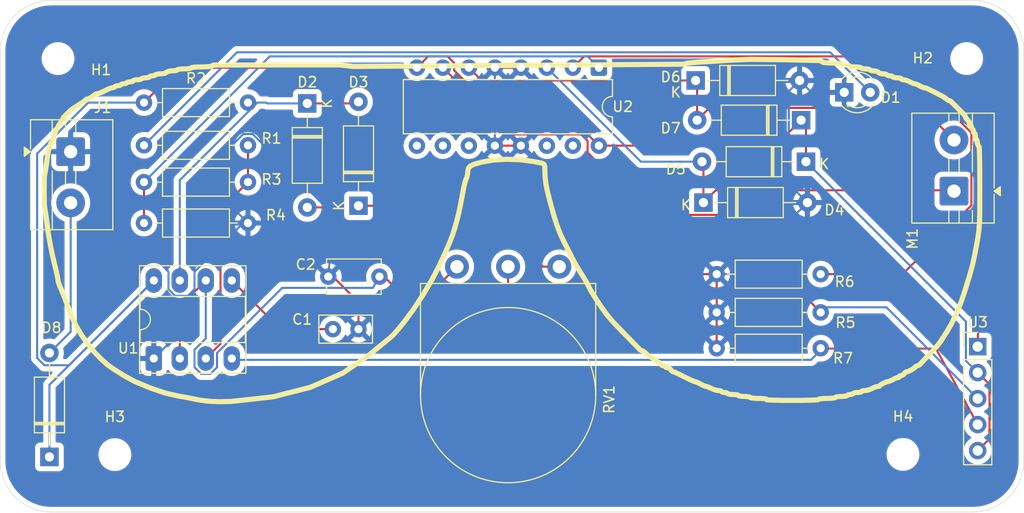
<source format=kicad_pcb>
(kicad_pcb (version 20241229) (generator "pcbnew") (generator_version "9.0")
  (layers (0 "F.Cu" signal) (2 "B.Cu" signal) (13 "F.Paste" user) (15 "B.Paste" user) (5 "F.SilkS" user "F.Silkscreen") (7 "B.SilkS" user "B.Silkscreen") (1 "F.Mask" user) (3 "B.Mask" user) (25 "Edge.Cuts" user))
  (net 0 "")
  (net 1 "Net-(U1-CV)")
  (net 2 "GND")
  (net 3 "Net-(U1-THR)")
  (net 4 "Net-(D1-A)")
  (net 5 "Net-(D2-A)")
  (net 6 "Net-(D2-K)")
  (net 7 "Net-(D3-K)")
  (net 8 "Net-(D4-K)")
  (net 9 "Net-(D6-K)")
  (net 10 "Net-(U1-Q)")
  (net 11 "Net-(U2-EN1,2)")
  (net 12 "Net-(U2-2A)")
  (net 13 "Net-(U2-1A)")
  (net 14 "Net-(U1-R)")
  (net 20 "+9V")
  (net 21 "VCC")
  (footprint "Capacitor_THT:C_Disc_D5.1mm_W3.2mm_P5.00mm" (layer "F.Cu") (at 89.5039 76.899 180)
    (property "Reference" "C2" (at 7.21118 1.183229 0) (layer "F.SilkS"))
    (property "Value" "470p")
    (pad "1" thru_hole circle (at 0 0 180) (size 1.6 1.6) (drill 0.8) (layers "*.Cu" "*.Mask") (net 3 "Net-(U1-THR)"))
    (pad "2" thru_hole circle (at 5 0 180) (size 1.6 1.6) (drill 0.8) (layers "*.Cu" "*.Mask") (net 2 "GND"))
  )
  (footprint "Diode_THT:D_A-405_P10.16mm_Horizontal" (layer "F.Cu") (at 120.394639 57.737081)
    (property "Reference" "D6" (at -2.440739 -0.338081 0) (layer "F.SilkS"))
    (property "Value" "4007")
    (fp_text user "K" (at -1.940739 1.161919 0) (layer "F.SilkS"))
    (pad "1" thru_hole rect (at 0 0) (size 1.8 1.8) (drill 0.9) (layers "*.Cu" "*.Mask") (net 9 "Net-(D6-K)"))
    (pad "2" thru_hole oval (at 10.16 0) (size 1.8 1.8) (drill 0.9) (layers "*.Cu" "*.Mask") (net 2 "GND"))
  )
  (footprint "Package_DIP:DIP-8_W7.62mm_Socket_LongPads" (layer "F.Cu") (at 67.4539 84.899 90)
    (property "Reference" "U1" (at 1 -2.5 180) (layer "F.SilkS"))
    (property "Value" "555")
    (pad "1" thru_hole roundrect (at 0 0 90) (size 2.4 1.6) (drill 0.8) (layers "*.Cu" "*.Mask") (roundrect_rratio 0.15625) (net 2 "GND"))
    (pad "2" thru_hole oval (at 0 2.54 90) (size 2.4 1.6) (drill 0.8) (layers "*.Cu" "*.Mask") (net 3 "Net-(U1-THR)"))
    (pad "3" thru_hole oval (at 0 5.08 90) (size 2.4 1.6) (drill 0.8) (layers "*.Cu" "*.Mask") (net 10 "Net-(U1-Q)"))
    (pad "4" thru_hole oval (at 0 7.62 90) (size 2.4 1.6) (drill 0.8) (layers "*.Cu" "*.Mask") (net 14 "Net-(U1-R)"))
    (pad "5" thru_hole oval (at 7.62 7.62 90) (size 2.4 1.6) (drill 0.8) (layers "*.Cu" "*.Mask") (net 1 "Net-(U1-CV)"))
    (pad "6" thru_hole oval (at 7.62 5.08 90) (size 2.4 1.6) (drill 0.8) (layers "*.Cu" "*.Mask") (net 3 "Net-(U1-THR)"))
    (pad "7" thru_hole oval (at 7.62 2.54 90) (size 2.4 1.6) (drill 0.8) (layers "*.Cu" "*.Mask") (net 6 "Net-(D2-K)"))
    (pad "8" thru_hole oval (at 7.62 0 90) (size 2.4 1.6) (drill 0.8) (layers "*.Cu" "*.Mask") (net 21 "VCC"))
  )
  (footprint "MountingHole:MountingHole_2.7mm" (layer "F.Cu") (at 140.655747 94.270282)
    (property "Reference" "H4" (at 0 -3.7 0) (layer "F.SilkS"))
    (property "Value" "MountingHole" (hide yes))
    (pad "" np_thru_hole circle (at 0 0) (size 2.7 2.7) (drill 2.7) (layers "*.Cu" "*.Mask"))
  )
  (footprint "Diode_THT:D_A-405_P10.16mm_Horizontal" (layer "F.Cu") (at 130.701552 61.617072 180)
    (property "Reference" "D7" (at 12.747652 -0.781928 0) (layer "F.SilkS"))
    (property "Value" "4007" (hide yes))
    (pad "1" thru_hole rect (at 0 0 180) (size 1.8 1.8) (drill 0.9) (layers "*.Cu" "*.Mask") (net 21 "VCC"))
    (pad "2" thru_hole oval (at 10.16 0 180) (size 1.8 1.8) (drill 0.9) (layers "*.Cu" "*.Mask") (net 9 "Net-(D6-K)"))
  )
  (footprint "MountingHole:MountingHole_2.7mm" (layer "F.Cu") (at 58.098313 55.598313)
    (property "Reference" "H1" (at 4.201401 1.105632 0) (layer "F.SilkS"))
    (property "Value" "MountingHole" (hide yes))
    (pad "" np_thru_hole circle (at 0 0) (size 2.7 2.7) (drill 2.7) (layers "*.Cu" "*.Mask"))
  )
  (footprint "Resistor_THT:R_Axial_DIN0207_L6.3mm_D2.5mm_P10.16mm_Horizontal" (layer "F.Cu") (at 122.4539 80.399)
    (property "Reference" "R5" (at 12.58 1 180) (layer "F.SilkS"))
    (property "Value" "470k")
    (pad "1" thru_hole circle (at 0 0) (size 1.6 1.6) (drill 0.8) (layers "*.Cu" "*.Mask") (net 2 "GND"))
    (pad "2" thru_hole oval (at 10.16 0) (size 1.6 1.6) (drill 0.8) (layers "*.Cu" "*.Mask") (net 12 "Net-(U2-2A)"))
  )
  (footprint "LED_THT:LED_D3.0mm_Clear" (layer "F.Cu") (at 134.9139 58.899)
    (property "Reference" "D1" (at 4.54 0.5 0) (layer "F.SilkS"))
    (property "Value" "LED")
    (pad "1" thru_hole rect (at 0 0) (size 1.8 1.8) (drill 0.9) (layers "*.Cu" "*.Mask") (net 2 "GND"))
    (pad "2" thru_hole circle (at 2.54 0) (size 1.8 1.8) (drill 0.9) (layers "*.Cu" "*.Mask") (net 4 "Net-(D1-A)"))
  )
  (footprint "Capacitor_THT:C_Disc_D5.0mm_W2.5mm_P2.50mm" (layer "F.Cu") (at 84.9539 82.032326)
    (property "Reference" "C1" (at -3 -0.951223 0) (layer "F.SilkS"))
    (property "Value" "100n")
    (pad "1" thru_hole circle (at 0 0) (size 1.6 1.6) (drill 0.8) (layers "*.Cu" "*.Mask") (net 1 "Net-(U1-CV)"))
    (pad "2" thru_hole circle (at 2.5 0) (size 1.6 1.6) (drill 0.8) (layers "*.Cu" "*.Mask") (net 2 "GND"))
  )
  (footprint "TerminalBlock:TerminalBlock_MaiXu_MX126-5.0-02P_1x02_P5.00mm" (layer "F.Cu") (at 145.639567 68.551775 90)
    (property "Reference" "M1" (at -4.648197 -4.065754 90) (layer "F.SilkS"))
    (property "Value" "Motorreductor")
    (pad "1" thru_hole roundrect (at 0 0 90) (size 2.8 2.8) (drill 1.3) (layers "*.Cu" "*.Mask") (roundrect_rratio 0.089286) (net 8 "Net-(D4-K)"))
    (pad "2" thru_hole circle (at 5 0 90) (size 2.8 2.8) (drill 1.3) (layers "*.Cu" "*.Mask") (net 9 "Net-(D6-K)"))
  )
  (footprint "Connector_PinHeader_2.54mm:PinHeader_1x05_P2.54mm_Vertical" (layer "F.Cu") (at 147.9539 83.739)
    (property "Reference" "U3" (at 0 -2.38 0) (layer "F.SilkS"))
    (property "Value" "mst303")
    (pad "1" thru_hole rect (at 0 0) (size 1.7 1.7) (drill 1) (layers "*.Cu" "*.Mask") (net 13 "Net-(U2-1A)"))
    (pad "2" thru_hole circle (at 0 2.54) (size 1.7 1.7) (drill 1) (layers "*.Cu" "*.Mask") (net 21 "VCC"))
    (pad "3" thru_hole circle (at 0 5.08) (size 1.7 1.7) (drill 1) (layers "*.Cu" "*.Mask") (net 12 "Net-(U2-2A)"))
    (pad "4" thru_hole circle (at 0 7.62) (size 1.7 1.7) (drill 1) (layers "*.Cu" "*.Mask") (net 14 "Net-(U1-R)"))
    (pad "5" thru_hole circle (at 0 10.16) (size 1.7 1.7) (drill 1) (layers "*.Cu" "*.Mask") (net 21 "VCC"))
  )
  (footprint "Resistor_THT:R_Axial_DIN0207_L6.3mm_D2.5mm_P10.16mm_Horizontal" (layer "F.Cu") (at 66.497108 71.666498)
    (property "Reference" "R4" (at 12.880081 -0.767498 0) (layer "F.SilkS"))
    (property "Value" "100k")
    (pad "1" thru_hole circle (at 0 0) (size 1.6 1.6) (drill 0.8) (layers "*.Cu" "*.Mask") (net 11 "Net-(U2-EN1,2)"))
    (pad "2" thru_hole oval (at 10.16 0) (size 1.6 1.6) (drill 0.8) (layers "*.Cu" "*.Mask") (net 2 "GND"))
  )
  (footprint "Resistor_THT:R_Axial_DIN0207_L6.3mm_D2.5mm_P10.16mm_Horizontal" (layer "F.Cu") (at 66.497108 59.899)
    (property "Reference" "R2" (at 5.08 -2.37 0) (layer "F.SilkS"))
    (property "Value" "10k")
    (pad "1" thru_hole circle (at 0 0) (size 1.6 1.6) (drill 0.8) (layers "*.Cu" "*.Mask") (net 21 "VCC"))
    (pad "2" thru_hole oval (at 10.16 0) (size 1.6 1.6) (drill 0.8) (layers "*.Cu" "*.Mask") (net 6 "Net-(D2-K)"))
  )
  (footprint "Diode_THT:D_A-405_P10.16mm_Horizontal" (layer "F.Cu") (at 82.4539 59.979 -90)
    (property "Reference" "D2" (at -2.08 0 180) (layer "F.SilkS"))
    (property "Value" "4007" (hide yes))
    (fp_text user "K" (at 0 -1.9 90) (layer "F.SilkS"))
    (pad "1" thru_hole rect (at 0 0 270) (size 1.8 1.8) (drill 0.9) (layers "*.Cu" "*.Mask") (net 6 "Net-(D2-K)"))
    (pad "2" thru_hole oval (at 10.16 0 270) (size 1.8 1.8) (drill 0.9) (layers "*.Cu" "*.Mask") (net 5 "Net-(D2-A)"))
  )
  (footprint "Package_DIP:DIP-16_W7.62mm" (layer "F.Cu") (at 110.941579 56.48566 -90)
    (property "Reference" "U2" (at 3.81 -2.33 180) (layer "F.SilkS"))
    (property "Value" "L293D")
    (pad "1" thru_hole roundrect (at 0 0 270) (size 1.6 1.6) (drill 0.8) (layers "*.Cu" "*.Mask") (roundrect_rratio 0.15625) (net 11 "Net-(U2-EN1,2)"))
    (pad "2" thru_hole circle (at 0 2.54 270) (size 1.6 1.6) (drill 0.8) (layers "*.Cu" "*.Mask") (net 13 "Net-(U2-1A)"))
    (pad "3" thru_hole circle (at 0 5.08 270) (size 1.6 1.6) (drill 0.8) (layers "*.Cu" "*.Mask") (net 8 "Net-(D4-K)"))
    (pad "4" thru_hole circle (at 0 7.62 270) (size 1.6 1.6) (drill 0.8) (layers "*.Cu" "*.Mask") (net 2 "GND"))
    (pad "5" thru_hole circle (at 0 10.16 270) (size 1.6 1.6) (drill 0.8) (layers "*.Cu" "*.Mask") (net 2 "GND"))
    (pad "6" thru_hole circle (at 0 12.7 270) (size 1.6 1.6) (drill 0.8) (layers "*.Cu" "*.Mask") (net 9 "Net-(D6-K)"))
    (pad "7" thru_hole circle (at 0 15.24 270) (size 1.6 1.6) (drill 0.8) (layers "*.Cu" "*.Mask") (net 12 "Net-(U2-2A)"))
    (pad "8" thru_hole circle (at 0 17.78 270) (size 1.6 1.6) (drill 0.8) (layers "*.Cu" "*.Mask") (net 21 "VCC"))
    (pad "9" thru_hole circle (at 7.62 17.78 270) (size 1.6 1.6) (drill 0.8) (layers "*.Cu" "*.Mask"))
    (pad "10" thru_hole circle (at 7.62 15.24 270) (size 1.6 1.6) (drill 0.8) (layers "*.Cu" "*.Mask"))
    (pad "11" thru_hole circle (at 7.62 12.7 270) (size 1.6 1.6) (drill 0.8) (layers "*.Cu" "*.Mask"))
    (pad "12" thru_hole circle (at 7.62 10.16 270) (size 1.6 1.6) (drill 0.8) (layers "*.Cu" "*.Mask") (net 2 "GND"))
    (pad "13" thru_hole circle (at 7.62 7.62 270) (size 1.6 1.6) (drill 0.8) (layers "*.Cu" "*.Mask") (net 2 "GND"))
    (pad "14" thru_hole circle (at 7.62 5.08 270) (size 1.6 1.6) (drill 0.8) (layers "*.Cu" "*.Mask"))
    (pad "15" thru_hole circle (at 7.62 2.54 270) (size 1.6 1.6) (drill 0.8) (layers "*.Cu" "*.Mask"))
    (pad "16" thru_hole circle (at 7.62 0 270) (size 1.6 1.6) (drill 0.8) (layers "*.Cu" "*.Mask") (net 21 "VCC"))
  )
  (footprint "MountingHole:MountingHole_2.7mm" (layer "F.Cu") (at 146.880846 55.598313)
    (property "Reference" "H2" (at -4.289852 -0.044226 0) (layer "F.SilkS"))
    (property "Value" "MountingHole" (hide yes))
    (pad "" np_thru_hole circle (at 0 0) (size 2.7 2.7) (drill 2.7) (layers "*.Cu" "*.Mask"))
  )
  (footprint "Diode_THT:D_A-405_P10.16mm_Horizontal" (layer "F.Cu") (at 57.259245 94.519 90)
    (property "Reference" "D8" (at 12.62 0.194655 180) (layer "F.SilkS"))
    (property "Value" "4007")
    (pad "1" thru_hole rect (at 0 0 90) (size 1.8 1.8) (drill 0.9) (layers "*.Cu" "*.Mask") (net 21 "VCC"))
    (pad "2" thru_hole oval (at 10.16 0 90) (size 1.8 1.8) (drill 0.9) (layers "*.Cu" "*.Mask") (net 20 "+9V"))
  )
  (footprint "Diode_THT:D_A-405_P10.16mm_Horizontal" (layer "F.Cu") (at 121.158586 69.666418)
    (property "Reference" "D4" (at 12.795314 0.732582 0) (layer "F.SilkS"))
    (property "Value" "4007" (hide yes))
    (fp_text user "K" (at -1.704686 0.232582 0) (layer "F.SilkS"))
    (pad "1" thru_hole rect (at 0 0) (size 1.8 1.8) (drill 0.9) (layers "*.Cu" "*.Mask") (net 8 "Net-(D4-K)"))
    (pad "2" thru_hole oval (at 10.16 0) (size 1.8 1.8) (drill 0.9) (layers "*.Cu" "*.Mask") (net 2 "GND"))
  )
  (footprint "Resistor_THT:R_Axial_DIN0207_L6.3mm_D2.5mm_P10.16mm_Horizontal" (layer "F.Cu") (at 122.4539 76.659568)
    (property "Reference" "R6" (at 12.5 0.739432 180) (layer "F.SilkS"))
    (property "Value" "470k" (hide yes))
    (pad "1" thru_hole circle (at 0 0) (size 1.6 1.6) (drill 0.8) (layers "*.Cu" "*.Mask") (net 2 "GND"))
    (pad "2" thru_hole oval (at 10.16 0) (size 1.6 1.6) (drill 0.8) (layers "*.Cu" "*.Mask") (net 13 "Net-(U2-1A)"))
  )
  (footprint "Resistor_THT:R_Axial_DIN0207_L6.3mm_D2.5mm_P10.16mm_Horizontal" (layer "F.Cu") (at 76.657108 64.070328 180)
    (property "Reference" "R1" (at -2.296792 0.671328 0) (layer "F.SilkS"))
    (property "Value" "1k")
    (pad "1" thru_hole circle (at 0 0 180) (size 1.6 1.6) (drill 0.8) (layers "*.Cu" "*.Mask") (net 10 "Net-(U1-Q)"))
    (pad "2" thru_hole oval (at 10.16 0 180) (size 1.6 1.6) (drill 0.8) (layers "*.Cu" "*.Mask") (net 4 "Net-(D1-A)"))
  )
  (footprint "MountingHole:MountingHole_2.7mm" (layer "F.Cu") (at 63.652401 94.292395)
    (property "Reference" "H3" (at 0 -3.7 0) (layer "F.SilkS"))
    (property "Value" "MountingHole" (hide yes))
    (pad "" np_thru_hole circle (at 0 0) (size 2.7 2.7) (drill 2.7) (layers "*.Cu" "*.Mask"))
  )
  (footprint "Resistor_THT:R_Axial_DIN0207_L6.3mm_D2.5mm_P10.16mm_Horizontal" (layer "F.Cu") (at 122.4539 83.899)
    (property "Reference" "R7" (at 12.339982 0.967238 180) (layer "F.SilkS"))
    (property "Value" "100k")
    (pad "1" thru_hole circle (at 0 0) (size 1.6 1.6) (drill 0.8) (layers "*.Cu" "*.Mask") (net 2 "GND"))
    (pad "2" thru_hole oval (at 10.16 0) (size 1.6 1.6) (drill 0.8) (layers "*.Cu" "*.Mask") (net 14 "Net-(U1-R)"))
  )
  (footprint "Diode_THT:D_A-405_P10.16mm_Horizontal" (layer "F.Cu") (at 131.178053 65.670384 180)
    (property "Reference" "D5" (at 12.724153 -0.728616 0) (layer "F.SilkS"))
    (property "Value" "4007" (hide yes))
    (fp_text user "K" (at -1.775847 -0.228616 0) (layer "F.SilkS"))
    (pad "1" thru_hole rect (at 0 0 180) (size 1.8 1.8) (drill 0.9) (layers "*.Cu" "*.Mask") (net 21 "VCC"))
    (pad "2" thru_hole oval (at 10.16 0 180) (size 1.8 1.8) (drill 0.9) (layers "*.Cu" "*.Mask") (net 8 "Net-(D4-K)"))
  )
  (footprint "TerminalBlock:TerminalBlock_MaiXu_MX126-5.0-02P_1x02_P5.00mm" (layer "F.Cu") (at 59.332944 64.693835 -90)
    (property "Reference" "J1" (at -4.294835 -3.120956 180) (layer "F.SilkS"))
    (property "Value" "Batería 9v")
    (pad "1" thru_hole roundrect (at 0 0 270) (size 2.8 2.8) (drill 1.3) (layers "*.Cu" "*.Mask") (roundrect_rratio 0.089286) (net 2 "GND"))
    (pad "2" thru_hole circle (at 5 0 270) (size 2.8 2.8) (drill 1.3) (layers "*.Cu" "*.Mask") (net 20 "+9V"))
  )
  (footprint "Resistor_THT:R_Axial_DIN0207_L6.3mm_D2.5mm_P10.16mm_Horizontal" (layer "F.Cu") (at 76.657108 67.666498 180)
    (property "Reference" "R3" (at -2.296792 0.267498 0) (layer "F.SilkS"))
    (property "Value" "1k")
    (pad "1" thru_hole circle (at 0 0 180) (size 1.6 1.6) (drill 0.8) (layers "*.Cu" "*.Mask") (net 10 "Net-(U1-Q)"))
    (pad "2" thru_hole oval (at 10.16 0 180) (size 1.6 1.6) (drill 0.8) (layers "*.Cu" "*.Mask") (net 11 "Net-(U2-EN1,2)"))
  )
  (footprint "Potentiometer_THT:Potentiometer_Omeg_PC16BU_Vertical" (layer "F.Cu") (at 97.074328 75.930214 -90)
    (property "Reference" "RV1" (at 12.968786 -14.879572 270) (layer "F.SilkS"))
    (property "Value" "500k")
    (pad "1" thru_hole circle (at 0 0 270) (size 2.34 2.34) (drill 1.3) (layers "*.Cu" "*.Mask") (net 5 "Net-(D2-A)"))
    (pad "2" thru_hole circle (at 0 -5 270) (size 2.34 2.34) (drill 1.3) (layers "*.Cu" "*.Mask") (net 3 "Net-(U1-THR)"))
    (pad "3" thru_hole circle (at 0 -10 270) (size 2.34 2.34) (drill 1.3) (layers "*.Cu" "*.Mask") (net 7 "Net-(D3-K)"))
  )
  (footprint "Diode_THT:D_A-405_P10.16mm_Horizontal" (layer "F.Cu") (at 87.4539 69.979 90)
    (property "Reference" "D3" (at 12.08 0 180) (layer "F.SilkS"))
    (property "Value" "4007")
    (fp_text user "K" (at 0 -1.9 90) (layer "F.SilkS"))
    (pad "1" thru_hole rect (at 0 0 90) (size 1.8 1.8) (drill 0.9) (layers "*.Cu" "*.Mask") (net 7 "Net-(D3-K)"))
    (pad "2" thru_hole oval (at 10.16 0 90) (size 1.8 1.8) (drill 0.9) (layers "*.Cu" "*.Mask") (net 6 "Net-(D2-K)"))
  )
  (gr_poly (pts (xy 129.022968 55.711672) (xy 132.540823 55.793954) (xy 132.80014 55.942805) (xy 132.849675 55.975191) (xy 133.059576 56.000378) (xy 133.316978 56.01837) (xy 133.612641 56.024365) (xy 133.909026 56.031325) (xy 134.168467 56.052793) (xy 134.37789 56.082899) (xy 134.434501 56.121041) (xy 134.482599 56.158586) (xy 134.601223 56.189289) (xy 134.751394 56.21064) (xy 134.917996 56.217716) (xy 135.084598 56.224795) (xy 135.234769 56.246144) (xy 135.353398 56.276849) (xy 135.401496 56.314392) (xy 135.452712 56.352173) (xy 135.596517 56.382759) (xy 135.777879 56.40411) (xy 135.981544 56.411067) (xy 136.185328 56.418146) (xy 136.366685 56.439492) (xy 136.510496 56.469961) (xy 136.561712 56.50774) (xy 136.608014 56.545286) (xy 136.714285 56.57611) (xy 136.848742 56.597461) (xy 136.996875 56.604538) (xy 137.145007 56.611617) (xy 137.279459 56.632844) (xy 137.385735 56.663671) (xy 137.432033 56.701213) (xy 137.475814 56.738515) (xy 137.568404 56.769461) (xy 137.685357 56.790813) (xy 137.812613 56.797889) (xy 137.944316 56.808566) (xy 138.074576 56.840469) (xy 138.185049 56.887247) (xy 138.253893 56.942904) (xy 138.322738 56.998555) (xy 138.433092 57.045335) (xy 138.563471 57.077239) (xy 138.695168 57.087913) (xy 138.82231 57.095109) (xy 138.939252 57.116341) (xy 139.031972 57.147284) (xy 139.075748 57.184589) (xy 139.114736 57.221771) (xy 139.18562 57.252959) (xy 139.273302 57.274188) (xy 139.365778 57.281384) (xy 139.458373 57.28846) (xy 139.546055 57.309689) (xy 139.616944 57.340877) (xy 139.655926 57.378059) (xy 139.702338 57.415483) (xy 139.810051 57.446307) (xy 139.946433 57.467658) (xy 140.096719 57.474735) (xy 140.242812 57.481694) (xy 140.365871 57.503162) (xy 140.453673 57.533987) (xy 140.477787 57.57141) (xy 140.495291 57.608471) (xy 140.547949 57.639658) (xy 140.625198 57.661009) (xy 140.71659 57.668086) (xy 140.832095 57.681398) (xy 140.986344 57.724938) (xy 141.150316 57.78743) (xy 141.299647 57.861434) (xy 141.441653 57.935563) (xy 141.583669 57.998052) (xy 141.708045 58.043032) (xy 141.783136 58.054907) (xy 141.858217 58.06678) (xy 141.982604 58.111641) (xy 142.12462 58.174252) (xy 142.266636 58.248256) (xy 142.406722 58.322263) (xy 142.543104 58.384874) (xy 142.660529 58.430572) (xy 142.724341 58.441607) (xy 142.950309 58.493425) (xy 143.780813 58.902435) (xy 144.580718 59.314803) (xy 144.860433 59.51391) (xy 144.943794 59.584557) (xy 145.030039 59.644408) (xy 145.107879 59.686989) (xy 145.159334 59.698626) (xy 145.31682 59.762676) (xy 146.012135 60.448759) (xy 146.698703 61.143714) (xy 146.762754 61.300962) (xy 146.775465 61.354216) (xy 146.819604 61.428822) (xy 146.882213 61.509184) (xy 146.956214 61.584151) (xy 147.030226 61.664277) (xy 147.09271 61.760109) (xy 147.135781 61.856663) (xy 147.149571 61.937507) (xy 147.156647 62.005755) (xy 147.177991 62.063567) (xy 147.209305 62.102311) (xy 147.246244 62.115987) (xy 147.283193 62.130617) (xy 147.314497 62.172718) (xy 147.335851 62.235329) (xy 147.342917 62.309335) (xy 147.350118 62.383342) (xy 147.371347 62.445953) (xy 147.402662 62.488051) (xy 147.4396 62.502687) (xy 147.476538 62.517322) (xy 147.507967 62.559539) (xy 147.529197 62.62215) (xy 147.536273 62.696157) (xy 147.543464 62.770161) (xy 147.564693 62.832656) (xy 147.596122 62.874873) (xy 147.63307 62.889508) (xy 147.670133 62.909417) (xy 147.701313 62.972988) (xy 147.722667 63.064865) (xy 147.729743 63.173895) (xy 147.73682 63.287123) (xy 147.758174 63.392193) (xy 147.789115 63.476034) (xy 147.826416 63.518015) (xy 147.863594 63.556157) (xy 147.89467 63.623806) (xy 147.915899 63.707166) (xy 147.9231 63.794488) (xy 147.931847 63.886126) (xy 147.957994 63.982441) (xy 147.996375 64.0688) (xy 148.041957 64.130091) (xy 148.105644 64.274027) (xy 148.135631 65.063021) (xy 148.156507 66.21173) (xy 148.162857 68.137916) (xy 148.15795 70.480671) (xy 148.131553 71.615943) (xy 148.06991 72.411656) (xy 147.950191 73.235555) (xy 147.657776 74.812584) (xy 147.435522 75.81592) (xy 147.151013 76.843365) (xy 146.620375 78.553653) (xy 146.278539 79.525083) (xy 145.850208 80.551682) (xy 145.395865 81.501525) (xy 144.977734 82.227906) (xy 144.808979 82.490942) (xy 144.636976 82.761298) (xy 144.484771 83.002633) (xy 144.386531 83.161194) (xy 144.044684 83.619381) (xy 143.185045 84.551351) (xy 142.24576 85.539336) (xy 142.074961 85.612139) (xy 142.019304 85.622339) (xy 141.953095 85.654245) (xy 141.887612 85.700423) (xy 141.833159 85.755234) (xy 141.689099 85.884177) (xy 141.437212 86.03398) (xy 141.176941 86.159202) (xy 141.016092 86.192307) (xy 140.964762 86.20551) (xy 140.898304 86.249162) (xy 140.829221 86.311651) (xy 140.76793 86.385658) (xy 140.701835 86.459665) (xy 140.618838 86.522279) (xy 140.532478 86.5651) (xy 140.456433 86.579134) (xy 140.390587 86.586205) (xy 140.33493 86.607434) (xy 140.297629 86.638863) (xy 140.28443 86.675807) (xy 140.273515 86.712631) (xy 140.242688 86.74406) (xy 140.196639 86.765289) (xy 140.1423 86.772485) (xy 140.066006 86.78436) (xy 139.940799 86.82934) (xy 139.798181 86.891829) (xy 139.655926 86.965836) (xy 139.514751 87.039843) (xy 139.37537 87.102451) (xy 139.25435 87.14767) (xy 139.184421 87.159301) (xy 139.023817 87.190606) (xy 138.755618 87.311512) (xy 138.497858 87.451489) (xy 138.395069 87.552125) (xy 138.360522 87.586906) (xy 138.301389 87.616047) (xy 138.229183 87.635963) (xy 138.15446 87.642682) (xy 138.060423 87.655392) (xy 137.922843 87.699537) (xy 137.770757 87.762026) (xy 137.625384 87.836033) (xy 137.469091 87.910154) (xy 137.283662 87.972648) (xy 137.098943 88.015589) (xy 136.945534 88.029498) (xy 136.81708 88.036455) (xy 136.708651 88.057928) (xy 136.632481 88.088869) (xy 136.610053 88.126176) (xy 136.586064 88.163597) (xy 136.498148 88.194424) (xy 136.375084 88.215897) (xy 136.22899 88.222849) (xy 136.078699 88.229931) (xy 135.942318 88.251279) (xy 135.834734 88.282106) (xy 135.788193 88.319527) (xy 135.74921 88.35671) (xy 135.678322 88.387889) (xy 135.59065 88.409119) (xy 135.498174 88.4162) (xy 135.405568 88.423396) (xy 135.317891 88.444625) (xy 135.247003 88.475815) (xy 135.208025 88.512998) (xy 135.15681 88.550777) (xy 135.012993 88.581241) (xy 134.831642 88.602594) (xy 134.627977 88.609666) (xy 134.424183 88.616628) (xy 134.242831 88.637976) (xy 134.099015 88.668565) (xy 134.047799 88.706349) (xy 133.991069 88.744486) (xy 133.781645 88.774592) (xy 133.522209 88.795946) (xy 133.225825 88.803017) (xy 132.929559 88.809979) (xy 132.670124 88.831447) (xy 132.460695 88.861558) (xy 132.403959 88.899695) (xy 132.329475 88.943601) (xy 131.69389 88.970703) (xy 130.895178 88.99037) (xy 129.835952 88.996368) (xy 128.759086 88.990614) (xy 127.978854 88.971305) (xy 127.370609 88.944794) (xy 127.327673 88.899695) (xy 127.294813 88.859753) (xy 127.111537 88.830254) (xy 126.866487 88.809621) (xy 126.559784 88.803017) (xy 126.261251 88.795946) (xy 126.000005 88.774592) (xy 125.789025 88.744486) (xy 125.732175 88.706349) (xy 125.680959 88.668565) (xy 125.537138 88.637976) (xy 125.355787 88.616628) (xy 125.152122 88.609666) (xy 124.948332 88.602594) (xy 124.766981 88.581241) (xy 124.623165 88.550777) (xy 124.571949 88.512998) (xy 124.52217 88.475214) (xy 124.39107 88.444625) (xy 124.225314 88.423282) (xy 124.040118 88.4162) (xy 123.854922 88.409243) (xy 123.689156 88.387889) (xy 123.558055 88.357187) (xy 123.508282 88.319527) (xy 123.469299 88.282345) (xy 123.39841 88.251279) (xy 123.310739 88.230045) (xy 123.218263 88.222849) (xy 123.125657 88.215653) (xy 123.037975 88.194424) (xy 122.967097 88.163364) (xy 122.928114 88.126176) (xy 122.887088 88.088869) (xy 122.807685 88.057928) (xy 122.708496 88.03658) (xy 122.60222 88.029498) (xy 122.470523 88.015107) (xy 122.288093 87.967009) (xy 122.090664 87.898164) (xy 121.9069 87.816718) (xy 121.736942 87.736833) (xy 121.581499 87.672544) (xy 121.450995 87.626007) (xy 121.401818 87.62457) (xy 121.352641 87.62193) (xy 121.220343 87.567715) (xy 121.062856 87.493709) (xy 120.890734 87.402192) (xy 120.714898 87.309115) (xy 120.546376 87.230548) (xy 120.402441 87.172494) (xy 120.329513 87.159301) (xy 120.245317 87.141906) (xy 119.961524 87.017166) (xy 119.626759 86.861002) (xy 119.253856 86.675807) (xy 118.882267 86.490492) (xy 118.551937 86.334328) (xy 118.27067 86.207658) (xy 118.197981 86.192307) (xy 118.148804 86.179) (xy 118.087394 86.135457) (xy 118.025024 86.072962) (xy 117.970924 85.998961) (xy 117.910479 85.924954) (xy 117.829032 85.862346) (xy 117.740157 85.819768) (xy 117.657632 85.805491) (xy 117.583864 85.798414) (xy 117.521618 85.77718) (xy 117.479637 85.745761) (xy 117.465007 85.708812) (xy 117.450128 85.671874) (xy 117.407311 85.640569) (xy 117.343738 85.619335) (xy 117.268652 85.612139) (xy 117.189494 85.601582) (xy 117.113925 85.570641) (xy 117.053356 85.52482) (xy 117.017968 85.47085) (xy 116.984625 85.412672) (xy 116.928973 85.354857) (xy 116.861203 85.306043) (xy 116.791035 85.274614) (xy 116.706113 85.237676) (xy 116.587609 85.165827) (xy 116.459746 85.076469) (xy 116.340759 84.980989) (xy 116.226821 84.889598) (xy 116.114428 84.812349) (xy 116.016194 84.755862) (xy 115.960179 84.742062) (xy 115.904527 84.725751) (xy 115.806054 84.656782) (xy 115.693423 84.562988) (xy 115.579599 84.451799) (xy 115.465525 84.340735) (xy 115.35278 84.246931) (xy 115.253829 84.178205) (xy 115.197695 84.161775) (xy 115.002066 84.08009) (xy 113.580962 82.635235) (xy 112.295877 81.298939) (xy 111.691959 80.581072) (xy 111.174996 79.860326) (xy 110.64592 79.064255) (xy 110.190249 78.330435) (xy 109.947487 77.863848) (xy 109.839894 77.646751) (xy 109.656503 77.321101) (xy 109.440839 76.958865) (xy 109.220863 76.609112) (xy 108.990568 76.241719) (xy 108.743604 75.825513) (xy 108.516666 75.424658) (xy 108.352103 75.110406) (xy 108.190539 74.787391) (xy 107.971761 74.355834) (xy 107.737026 73.896209) (xy 107.521127 73.477243) (xy 107.167052 72.725789) (xy 106.859275 71.928037) (xy 106.545142 70.938376) (xy 106.163239 69.561297) (xy 105.91807 68.586505) (xy 105.771619 67.860244) (xy 105.694374 67.23713) (xy 105.668585 66.600948) (xy 105.650593 66.085905) (xy 105.560758 65.911625) (xy 105.353493 65.812556) (xy 104.513521 65.64847) (xy 103.249307 65.481386) (xy 101.918525 65.436167) (xy 100.638239 65.511253) (xy 99.528632 65.706762) (xy 98.745277 65.922302) (xy 98.37129 66.103182) (xy 98.190173 66.33467) (xy 98.126599 66.680231) (xy 98.116529 66.843834) (xy 98.086299 67.024112) (xy 98.042164 67.193474) (xy 97.989501 67.321933) (xy 97.929653 67.462388) (xy 97.861524 67.67841) (xy 97.796996 67.923097) (xy 97.746257 68.163223) (xy 97.471942 69.624985) (xy 97.289029 70.519892) (xy 97.120269 71.230081) (xy 96.910965 71.996767) (xy 96.662082 72.781923) (xy 96.378169 73.535172) (xy 95.979355 74.45839) (xy 95.337176 75.846265) (xy 94.668003 77.146344) (xy 93.796727 78.620339) (xy 92.855284 80.061111) (xy 91.969733 81.261036) (xy 91.290369 82.106169) (xy 90.913261 82.532326) (xy 90.542396 82.880171) (xy 89.948547 83.365818) (xy 89.609466 83.637254) (xy 89.222885 83.952948) (xy 88.84962 84.262764) (xy 88.554076 84.513687) (xy 85.922253 86.331205) (xy 82.752483 87.717404) (xy 79.11001 88.645774) (xy 75.065483 89.094006) (xy 73.922055 89.123152) (xy 72.953383 89.087884) (xy 72.040367 88.981499) (xy 71.070135 88.794628) (xy 70.840561 88.746047) (xy 70.509154 88.682479) (xy 70.143565 88.61627) (xy 69.795725 88.557018) (xy 68.544227 88.266511) (xy 67.034125 87.75207) (xy 65.572122 87.138072) (xy 64.47529 86.536431) (xy 64.180839 86.34764) (xy 63.893811 86.164722) (xy 63.647397 86.008559) (xy 63.510757 85.923393) (xy 62.917069 85.498548) (xy 62.263383 84.910469) (xy 61.605621 84.216944) (xy 60.996998 83.468976) (xy 60.370924 82.576108) (xy 59.868992 81.723062) (xy 59.439615 80.814724) (xy 59.032968 79.753453) (xy 58.882665 79.336287) (xy 58.707882 78.878457) (xy 58.535894 78.449058) (xy 58.396915 78.126889) (xy 58.281708 77.856891) (xy 58.184396 77.594212) (xy 58.113401 77.368478) (xy 58.095998 77.245175) (xy 58.08248 77.106158) (xy 58.010442 76.754485) (xy 57.916285 76.335757) (xy 57.804749 75.880687) (xy 57.547983 74.79771) (xy 57.323328 73.696617) (xy 57.144323 72.650584) (xy 57.026189 71.736849) (xy 56.984377 71.373897) (xy 56.93376 71.003148) (xy 56.8821 70.67438) (xy 56.838896 70.461237) (xy 56.761052 69.862118) (xy 56.744944 68.524857) (xy 56.760668 67.17848) (xy 56.840755 66.659842) (xy 56.884859 66.472369) (xy 56.938594 66.152473) (xy 56.991453 65.782087) (xy 57.035569 65.406896) (xy 57.079421 65.049345) (xy 57.131621 64.732572) (xy 57.1855 64.472171) (xy 57.227204 64.396489) (xy 57.263775 64.345029) (xy 57.294481 64.267308) (xy 57.315436 64.178189) (xy 57.322464 64.090631) (xy 57.333463 64.00091) (xy 57.366352 63.905555) (xy 57.414677 63.818957) (xy 57.471903 63.756104) (xy 57.525386 63.699133) (xy 57.563073 63.631001) (xy 57.580033 63.562515) (xy 57.572428 63.504583) (xy 57.577574 63.332103) (xy 57.886047 62.674085) (xy 58.205843 62.050255) (xy 58.428604 61.73564) (xy 58.486345 61.664992) (xy 58.535151 61.590508) (xy 58.569634 61.522621) (xy 58.579458 61.475841) (xy 58.628516 61.353021) (xy 58.998555 60.973753) (xy 59.371559 60.619078) (xy 59.619148 60.437844) (xy 59.719505 60.376792) (xy 59.877869 60.275317) (xy 60.057042 60.158133) (xy 60.233575 60.040107) (xy 60.425871 59.914762) (xy 60.653453 59.77539) (xy 60.879632 59.643449) (xy 61.06647 59.542096) (xy 61.234068 59.4501) (xy 61.400167 59.347788) (xy 61.542901 59.250152) (xy 61.629357 59.176504) (xy 61.701587 59.117374) (xy 61.79055 59.067237) (xy 61.881888 59.032931) (xy 61.960775 59.02178) (xy 62.060964 59.005344) (xy 62.247527 58.936616) (xy 62.464807 58.842823) (xy 62.688874 58.731753) (xy 62.913051 58.620686) (xy 63.130582 58.526887) (xy 63.317467 58.458159) (xy 63.418184 58.441607) (xy 63.490654 58.434531) (xy 63.561349 58.413179) (xy 63.620087 58.381995) (xy 63.655806 58.344932) (xy 63.694788 58.307749) (xy 63.765663 58.276684) (xy 63.853331 58.255454) (xy 63.945881 58.248256) (xy 64.038417 58.24106) (xy 64.126096 58.219831) (xy 64.196971 58.188765) (xy 64.235953 58.151583) (xy 64.274948 58.114401) (xy 64.345811 58.083332) (xy 64.433491 58.061981) (xy 64.526027 58.054907) (xy 64.618564 58.047709) (xy 64.706244 58.02648) (xy 64.777131 57.995292) (xy 64.816112 57.958232) (xy 64.858094 57.920928) (xy 64.941815 57.889862) (xy 65.047005 57.868633) (xy 65.160233 57.861434) (xy 65.269143 57.85448) (xy 65.36102 57.833129) (xy 65.424591 57.801944) (xy 65.444622 57.764761) (xy 65.46873 57.727335) (xy 65.55653 57.696511) (xy 65.679593 57.67516) (xy 65.825685 57.668086) (xy 65.975975 57.661009) (xy 66.112352 57.639658) (xy 66.220062 57.608951) (xy 66.266481 57.57141) (xy 66.31062 57.533987) (xy 66.404777 57.503162) (xy 66.523641 57.481811) (xy 66.653301 57.474735) (xy 66.782841 57.467658) (xy 66.901826 57.446307) (xy 66.995983 57.415363) (xy 67.040002 57.378059) (xy 67.078985 57.340877) (xy 67.149872 57.309689) (xy 67.237551 57.28846) (xy 67.330148 57.281384) (xy 67.422625 57.274188) (xy 67.510305 57.252959) (xy 67.581192 57.221771) (xy 67.620173 57.184589) (xy 67.668751 57.147048) (xy 67.790614 57.116341) (xy 67.944744 57.094992) (xy 68.116263 57.087913) (xy 68.302177 57.077841) (xy 68.471779 57.047732) (xy 68.610075 57.001673) (xy 68.697634 56.942904) (xy 68.783875 56.884848) (xy 68.920611 56.838669) (xy 69.086495 56.808081) (xy 69.265212 56.797889) (xy 69.431335 56.790813) (xy 69.581145 56.769461) (xy 69.699289 56.738756) (xy 69.747387 56.701213) (xy 69.801244 56.663191) (xy 69.970844 56.632844) (xy 70.183507 56.611495) (xy 70.424234 56.604538) (xy 70.664964 56.597461) (xy 70.877624 56.57611) (xy 71.047345 56.545766) (xy 71.101081 56.50774) (xy 71.161055 56.468999) (xy 71.421453 56.439256) (xy 71.742424 56.418024) (xy 72.116411 56.411067) (xy 72.490277 56.404232) (xy 72.811249 56.383003) (xy 73.071648 56.353252) (xy 73.13162 56.314392) (xy 73.287069 56.227672) (xy 79.56688 56.219275) (xy 85.604881 56.2176) (xy 86.330185 56.299878) (xy 86.938064 56.366567) (xy 103.0057 56.258499) (xy 119.238624 56.147429) (xy 119.493381 56.074022) (xy 119.581779 56.044157) (xy 120.073797 55.998098) (xy 120.650727 55.952281) (xy 121.314261 55.911021) (xy 122.029487 55.869877) (xy 122.76379 55.824897) (xy 123.41785 55.78232) (xy 123.846767 55.751013) (xy 125.807857 55.674848)) (stroke (width 0.5)) (fill no) (layer "F.SilkS"))
  (gr_arc (start 152.4539 94.899) (mid 150.989434 98.434534) (end 147.4539 99.899) (stroke (width 0.05)) (layer "Edge.Cuts"))
  (gr_arc (start 52.4539 54.899) (mid 53.918366 51.363466) (end 57.4539 49.899) (stroke (width 0.05)) (layer "Edge.Cuts"))
  (gr_arc (start 147.4539 49.899) (mid 150.989434 51.363466) (end 152.4539 54.899) (stroke (width 0.05)) (layer "Edge.Cuts"))
  (gr_line (start 52.4539 94.899) (end 52.4539 54.899) (stroke (width 0.05)) (layer "Edge.Cuts"))
  (gr_line (start 152.4539 54.899) (end 152.4539 94.899) (stroke (width 0.05)) (layer "Edge.Cuts"))
  (gr_arc (start 57.4539 99.899) (mid 53.918366 98.434534) (end 52.4539 94.899) (stroke (width 0.05)) (layer "Edge.Cuts"))
  (gr_line (start 57.4539 49.899) (end 147.4539 49.899) (stroke (width 0.05)) (layer "Edge.Cuts"))
  (gr_line (start 147.4539 99.899) (end 57.4539 99.899) (stroke (width 0.05)) (layer "Edge.Cuts"))
  (segment (start 79.827226 82.032326) (end 75.0739 77.279) (width 0.2) (layer "F.Cu") (net 1))
  (segment (start 84.9539 82.032326) (end 79.827226 82.032326) (width 0.2) (layer "F.Cu") (net 1))
  (segment (start 115.875487 76.659568) (end 103.321579 64.10566) (width 0.2) (layer "F.Cu") (net 2))
  (segment (start 122.4539 80.399) (end 122.4539 79.979) (width 0.2) (layer "F.Cu") (net 2))
  (segment (start 122.4539 76.659568) (end 115.875487 76.659568) (width 0.2) (layer "F.Cu") (net 2))
  (segment (start 122.4539 83.899) (end 122.4539 80.399) (width 0.2) (layer "F.Cu") (net 2))
  (segment (start 100.781579 56.48566) (end 103.321579 56.48566) (width 0.2) (layer "F.Cu") (net 2))
  (segment (start 122.4539 76.659568) (end 122.4539 80.399) (width 0.2) (layer "F.Cu") (net 2))
  (segment (start 87.4539 79.399) (end 84.9539 76.899) (width 0.2) (layer "F.Cu") (net 2))
  (segment (start 100.781579 64.10566) (end 103.321579 64.10566) (width 0.2) (layer "F.Cu") (net 2))
  (segment (start 87.4539 82.032326) (end 87.4539 79.399) (width 0.2) (layer "F.Cu") (net 2))
  (segment (start 69.537851 78.78) (end 70.787949 78.78) (width 0.2) (layer "B.Cu") (net 2))
  (segment (start 100.781579 56.48566) (end 100.781579 64.10566) (width 0.2) (layer "B.Cu") (net 2))
  (segment (start 75.38961 70.399) (end 75.233819 70.399) (width 0.2) (layer "B.Cu") (net 2))
  (segment (start 75.233819 63.936567) (end 76.201058 62.969328) (width 0.2) (layer "B.Cu") (net 2))
  (segment (start 70.787949 78.78) (end 71.4329 78.135049) (width 0.2) (layer "B.Cu") (net 2))
  (segment (start 76.189353 71.666498) (end 76.657108 71.666498) (width 0.2) (layer "B.Cu") (net 2))
  (segment (start 131.716558 58.899) (end 130.554639 57.737081) (width 0.2) (layer "B.Cu") (net 2))
  (segment (start 71.4329 75.467417) (end 71.4329 80.92) (width 0.2) (layer "B.Cu") (net 2))
  (segment (start 129.500552 58.791168) (end 129.500552 67.848384) (width 0.2) (layer "B.Cu") (net 2))
  (segment (start 76.201058 62.969328) (end 77.113158 62.969328) (width 0.2) (layer "B.Cu") (net 2))
  (segment (start 75.233819 70.399) (end 75.233819 63.936567) (width 0.2) (layer "B.Cu") (net 2))
  (segment (start 71.4329 80.92) (end 67.4539 84.899) (width 0.2) (layer "B.Cu") (net 2))
  (segment (start 122.4539 76.659568) (end 124.325436 76.659568) (width 0.2) (layer "B.Cu") (net 2))
  (segment (start 84.9539 71.899) (end 92.988239 71.899) (width 0.2) (layer "B.Cu") (net 2))
  (segment (start 68.8929 76.422951) (end 68.8929 78.135049) (width 0.2) (layer "B.Cu") (net 2))
  (segment (start 75.233819 71.666498) (end 75.233819 70.399) (width 0.2) (layer "B.Cu") (net 2))
  (segment (start 134.9139 58.899) (end 131.716558 58.899) (width 0.2) (layer "B.Cu") (net 2))
  (segment (start 130.554639 57.737081) (end 129.500552 58.791168) (width 0.2) (layer "B.Cu") (net 2))
  (segment (start 124.325436 76.659568) (end 131.318586 69.666418) (width 0.2) (layer "B.Cu") (net 2))
  (segment (start 84.9539 71.899) (end 84.5039 76.899) (width 0.2) (layer "B.Cu") (net 2))
  (segment (start 75.233819 71.666498) (end 71.4329 75.467417) (width 0.2) (layer "B.Cu") (net 2))
  (segment (start 71.4329 76.422951) (end 76.189353 71.666498) (width 0.2) (layer "B.Cu") (net 2))
  (segment (start 76.657108 71.666498) (end 75.38961 70.399) (width 0.2) (layer "B.Cu") (net 2))
  (segment (start 129.500552 67.848384) (end 131.318586 69.666418) (width 0.2) (layer "B.Cu") (net 2))
  (segment (start 77.113158 62.969328) (end 84.9539 70.81007) (width 0.2) (layer "B.Cu") (net 2))
  (segment (start 59.332944 64.693835) (end 59.332944 66.862995) (width 0.2) (layer "B.Cu") (net 2))
  (segment (start 59.332944 66.862995) (end 68.8929 76.422951) (width 0.2) (layer "B.Cu") (net 2))
  (segment (start 71.4329 78.135049) (end 71.4329 76.422951) (width 0.2) (layer "B.Cu") (net 2))
  (segment (start 68.8929 78.135049) (end 69.537851 78.78) (width 0.2) (layer "B.Cu") (net 2))
  (segment (start 92.988239 71.899) (end 100.781579 64.10566) (width 0.2) (layer "B.Cu") (net 2))
  (segment (start 84.9539 70.81007) (end 84.9539 71.899) (width 0.2) (layer "B.Cu") (net 2))
  (segment (start 69.9939 84.899) (end 69.9939 79.819) (width 0.2) (layer "F.Cu") (net 3))
  (segment (start 102.074328 78.278572) (end 102.074328 75.930214) (width 0.2) (layer "F.Cu") (net 3))
  (segment (start 92.4249 79.37) (end 100.9829 79.37) (width 0.2) (layer "F.Cu") (net 3))
  (segment (start 100.9829 79.37) (end 102.074328 78.278572) (width 0.2) (layer "F.Cu") (net 3))
  (segment (start 89.9539 76.899) (end 92.4249 79.37) (width 0.2) (layer "F.Cu") (net 3))
  (segment (start 69.9939 79.819) (end 72.5339 77.279) (width 0.2) (layer "F.Cu") (net 3))
  (segment (start 72.989949 86.4) (end 72.077851 86.4) (width 0.2) (layer "B.Cu") (net 3))
  (segment (start 89.5039 76.899) (end 88.8529 78) (width 0.2) (layer "B.Cu") (net 3))
  (segment (start 73.6349 84.3651) (end 73.6349 85.755049) (width 0.2) (layer "B.Cu") (net 3))
  (segment (start 72.077851 86.4) (end 71.4329 85.755049) (width 0.2) (layer "B.Cu") (net 3))
  (segment (start 88.8529 78) (end 80 78) (width 0.2) (layer "B.Cu") (net 3))
  (segment (start 71.4329 85.755049) (end 71.4329 84.042951) (width 0.2) (layer "B.Cu") (net 3))
  (segment (start 73.6349 85.755049) (end 72.989949 86.4) (width 0.2) (layer "B.Cu") (net 3))
  (segment (start 72.5339 82.941951) (end 72.5339 77.279) (width 0.2) (layer "B.Cu") (net 3))
  (segment (start 71.4329 84.042951) (end 72.5339 82.941951) (width 0.2) (layer "B.Cu") (net 3))
  (segment (start 80 78) (end 73.6349 84.3651) (width 0.2) (layer "B.Cu") (net 3))
  (segment (start 137.4539 58.899) (end 133.53856 54.98366) (width 0.2) (layer "B.Cu") (net 4))
  (segment (start 75.583776 54.98366) (end 66.497108 64.070328) (width 0.2) (layer "B.Cu") (net 4))
  (segment (start 133.53856 54.98366) (end 75.583776 54.98366) (width 0.2) (layer "B.Cu") (net 4))
  (segment (start 92.51095 77.899) (end 95.105542 77.899) (width 0.2) (layer "F.Cu") (net 5))
  (segment (start 95.105542 77.899) (end 97.074328 75.930214) (width 0.2) (layer "F.Cu") (net 5))
  (segment (start 82.4539 70.139) (end 84.75095 70.139) (width 0.2) (layer "F.Cu") (net 5))
  (segment (start 84.75095 70.139) (end 92.51095 77.899) (width 0.2) (layer "F.Cu") (net 5))
  (segment (start 82.4539 59.979) (end 87.2939 59.979) (width 0.2) (layer "F.Cu") (net 6))
  (segment (start 87.2939 59.979) (end 87.4539 59.819) (width 0.2) (layer "F.Cu") (net 6))
  (segment (start 78.4539 59.899) (end 78.5339 59.979) (width 0.2) (layer "B.Cu") (net 6))
  (segment (start 77.570277 59.899) (end 78.4539 59.899) (width 0.2) (layer "B.Cu") (net 6))
  (segment (start 78.5339 59.979) (end 82.4539 59.979) (width 0.2) (layer "B.Cu") (net 6))
  (segment (start 69.9939 67.475377) (end 69.9939 77.279) (width 0.2) (layer "B.Cu") (net 6))
  (segment (start 77.570277 59.899) (end 69.9939 67.475377) (width 0.2) (layer "B.Cu") (net 6))
  (segment (start 87.4539 69.979) (end 99.5339 69.979) (width 0.2) (layer "F.Cu") (net 7))
  (segment (start 105.485114 75.930214) (end 107.074328 75.930214) (width 0.2) (layer "F.Cu") (net 7))
  (segment (start 99.5339 69.979) (end 105.485114 75.930214) (width 0.2) (layer "F.Cu") (net 7))
  (segment (start 145.639567 68.551775) (end 145.55321 68.465418) (width 0.2) (layer "F.Cu") (net 8))
  (segment (start 121.158586 65.810917) (end 121.018053 65.670384) (width 0.2) (layer "F.Cu") (net 8))
  (segment (start 122.359586 68.465418) (end 121.158586 69.666418) (width 0.2) (layer "F.Cu") (net 8))
  (segment (start 145.55321 68.465418) (end 122.359586 68.465418) (width 0.2) (layer "F.Cu") (net 8))
  (segment (start 121.158586 69.666418) (end 121.158586 65.810917) (width 0.2) (layer "F.Cu") (net 8))
  (segment (start 115.046303 65.670384) (end 121.018053 65.670384) (width 0.2) (layer "B.Cu") (net 8))
  (segment (start 105.861579 56.48566) (end 115.046303 65.670384) (width 0.2) (layer "B.Cu") (net 8))
  (segment (start 99.493 57.737081) (end 98.241579 56.48566) (width 0.2) (layer "F.Cu") (net 9))
  (segment (start 120.394639 57.737081) (end 99.493 57.737081) (width 0.2) (layer "F.Cu") (net 9))
  (segment (start 120.541552 57.883994) (end 120.394639 57.737081) (width 0.2) (layer "F.Cu") (net 9))
  (segment (start 145.639567 63.551775) (end 142.503864 60.416072) (width 0.2) (layer "F.Cu") (net 9))
  (segment (start 142.503864 60.416072) (end 121.742552 60.416072) (width 0.2) (layer "F.Cu") (net 9))
  (segment (start 120.541552 61.617072) (end 120.541552 57.883994) (width 0.2) (layer "F.Cu") (net 9))
  (segment (start 121.742552 60.416072) (end 120.541552 61.617072) (width 0.2) (layer "F.Cu") (net 9))
  (segment (start 76.657108 67.666498) (end 73.9729 70.350706) (width 0.2) (layer "F.Cu") (net 10))
  (segment (start 76.657108 67.666498) (end 76.657108 64.070328) (width 0.2) (layer "F.Cu") (net 10))
  (segment (start 73.9729 70.350706) (end 73.9729 83.46) (width 0.2) (layer "F.Cu") (net 10))
  (segment (start 73.9729 83.46) (end 72.5339 84.899) (width 0.2) (layer "F.Cu") (net 10))
  (segment (start 66.497108 71.666498) (end 66.497108 67.666498) (width 0.2) (layer "F.Cu") (net 11))
  (segment (start 78.778946 55.38466) (end 66.497108 67.666498) (width 0.2) (layer "B.Cu") (net 11))
  (segment (start 109.840579 55.38466) (end 78.778946 55.38466) (width 0.2) (layer "B.Cu") (net 11))
  (segment (start 110.941579 56.48566) (end 109.840579 55.38466) (width 0.2) (layer "B.Cu") (net 11))
  (segment (start 109.195629 63.00466) (end 109.840579 63.64961) (width 0.2) (layer "F.Cu") (net 12))
  (segment (start 109.840579 63.64961) (end 109.840579 64.785679) (width 0.2) (layer "F.Cu") (net 12))
  (segment (start 102.220579 63.00466) (end 109.195629 63.00466) (width 0.2) (layer "F.Cu") (net 12))
  (segment (start 109.840579 64.785679) (end 115.922318 70.867418) (width 0.2) (layer "F.Cu") (net 12))
  (segment (start 123.502318 70.867418) (end 132.6139 80.399) (width 0.2) (layer "F.Cu") (net 12))
  (segment (start 115.922318 70.867418) (end 123.502318 70.867418) (width 0.2) (layer "F.Cu") (net 12))
  (segment (start 95.701579 56.48566) (end 102.220579 63.00466) (width 0.2) (layer "F.Cu") (net 12))
  (segment (start 139.0339 79.899) (end 133.1139 79.899) (width 0.2) (layer "B.Cu") (net 12))
  (segment (start 147.9539 88.819) (end 139.0339 79.899) (width 0.2) (layer "B.Cu") (net 12))
  (segment (start 133.1139 79.899) (end 132.6139 80.399) (width 0.2) (layer "B.Cu") (net 12))
  (segment (start 148.094082 77.039182) (end 144.166201 73.111301) (width 0.2) (layer "F.Cu") (net 13))
  (segment (start 109.502579 55.38466) (end 139.87803 55.38466) (width 0.2) (layer "F.Cu") (net 13))
  (segment (start 147.340567 62.847197) (end 147.340567 69.936935) (width 0.2) (layer "F.Cu") (net 13))
  (segment (start 147.340567 69.936935) (end 144.166201 73.111301) (width 0.2) (layer "F.Cu") (net 13))
  (segment (start 108.401579 56.48566) (end 109.502579 55.38466) (width 0.2) (layer "F.Cu") (net 13))
  (segment (start 144.166201 73.111301) (end 140.617934 76.659568) (width 0.2) (layer "F.Cu") (net 13))
  (segment (start 139.87803 55.38466) (end 147.340567 62.847197) (width 0.2) (layer "F.Cu") (net 13))
  (segment (start 140.617934 76.659568) (end 132.6139 76.659568) (width 0.2) (layer "F.Cu") (net 13))
  (segment (start 147.9539 83.739) (end 148.094082 77.039182) (width 0.2) (layer "F.Cu") (net 13))
  (segment (start 147.9539 91.359) (end 143.871791 83.931762) (width 0.2) (layer "F.Cu") (net 14))
  (segment (start 143.871791 83.931762) (end 132.646662 83.931762) (width 0.2) (layer "F.Cu") (net 14))
  (segment (start 132.646662 83.931762) (end 132.6139 83.899) (width 0.2) (layer "F.Cu") (net 14))
  (segment (start 131.672918 85.032762) (end 132.6139 84.09178) (width 0.2) (layer "B.Cu") (net 14))
  (segment (start 132.6139 84.09178) (end 132.6139 83.899) (width 0.2) (layer "B.Cu") (net 14))
  (segment (start 75.0739 84.899) (end 75.207662 85.032762) (width 0.2) (layer "B.Cu") (net 14))
  (segment (start 75.207662 85.032762) (end 131.672918 85.032762) (width 0.2) (layer "B.Cu") (net 14))
  (segment (start 57.259245 84.359) (end 59.332944 82.285301) (width 0.2) (layer "B.Cu") (net 20))
  (segment (start 59.332944 82.285301) (end 59.332944 69.693835) (width 0.2) (layer "B.Cu") (net 20))
  (segment (start 96.157629 55.38466) (end 96.802579 56.02961) (width 0.2) (layer "F.Cu") (net 21))
  (segment (start 131.178053 65.670384) (end 131.178053 62.093573) (width 0.2) (layer "F.Cu") (net 21))
  (segment (start 128.212964 64.10566) (end 110.941579 64.10566) (width 0.2) (layer "F.Cu") (net 21))
  (segment (start 147.9539 86.279) (end 149.1049 87.43) (width 0.2) (layer "F.Cu") (net 21))
  (segment (start 93.161579 56.48566) (end 94.262579 55.38466) (width 0.2) (layer "F.Cu") (net 21))
  (segment (start 131.178053 62.093573) (end 130.701552 61.617072) (width 0.2) (layer "F.Cu") (net 21))
  (segment (start 96.802579 56.747679) (end 102.65856 62.60366) (width 0.2) (layer "F.Cu") (net 21))
  (segment (start 130.701552 61.617072) (end 128.212964 64.10566) (width 0.2) (layer "F.Cu") (net 21))
  (segment (start 96.802579 56.02961) (end 96.802579 56.747679) (width 0.2) (layer "F.Cu") (net 21))
  (segment (start 149.1049 87.43) (end 149.1049 92.748) (width 0.2) (layer "F.Cu") (net 21))
  (segment (start 102.65856 62.60366) (end 109.439579 62.60366) (width 0.2) (layer "F.Cu") (net 21))
  (segment (start 94.262579 55.38466) (end 96.157629 55.38466) (width 0.2) (layer "F.Cu") (net 21))
  (segment (start 69.910448 56.48566) (end 93.161579 56.48566) (width 0.2) (layer "F.Cu") (net 21))
  (segment (start 149.1049 92.748) (end 147.9539 93.899) (width 0.2) (layer "F.Cu") (net 21))
  (segment (start 109.439579 62.60366) (end 110.941579 64.10566) (width 0.2) (layer "F.Cu") (net 21))
  (segment (start 66.497108 59.899) (end 69.910448 56.48566) (width 0.2) (layer "F.Cu") (net 21))
  (segment (start 147.9539 86.279) (end 146.8029 85.128) (width 0.2) (layer "B.Cu") (net 21))
  (segment (start 57.259245 94.519) (end 57.259245 87.473655) (width 0.2) (layer "B.Cu") (net 21))
  (segment (start 56.058245 84.856471) (end 56.761774 85.56) (width 0.2) (layer "B.Cu") (net 21))
  (segment (start 57.259245 87.473655) (end 67.4539 77.279) (width 0.2) (layer "B.Cu") (net 21))
  (segment (start 146.8029 81.295231) (end 131.178053 65.670384) (width 0.2) (layer "B.Cu") (net 21))
  (segment (start 66.497108 59.899) (end 61.041619 59.899) (width 0.2) (layer "B.Cu") (net 21))
  (segment (start 61.041619 59.899) (end 56.058245 64.882374) (width 0.2) (layer "B.Cu") (net 21))
  (segment (start 146.8029 85.128) (end 146.8029 81.295231) (width 0.2) (layer "B.Cu") (net 21))
  (segment (start 56.058245 64.882374) (end 56.058245 84.856471) (width 0.2) (layer "B.Cu") (net 21))
  (segment (start 59.1729 85.56) (end 67.4539 77.279) (width 0.2) (layer "B.Cu") (net 21))
  (segment (start 56.761774 85.56) (end 59.1729 85.56) (width 0.2) (layer "B.Cu") (net 21))
  (zone (net 2) (net_name "GND") (layer "B.Cu") (connect_pads (clearance 0.5)) (min_thickness 0.25) (fill yes (thermal_gap 0.5) (thermal_bridge_width 0.5))
    (polygon (pts (xy 52.5 50) (xy 52.5 100) (xy 152.5 100) (xy 152.5 50)))
  )
)
</source>
